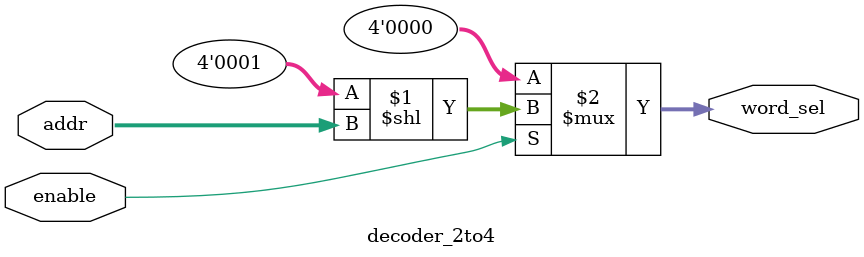
<source format=v>
module decoder_2to4 (
    input  wire [1:0] addr,
    input  wire       enable,
    output wire [3:0] word_sel
);
    assign word_sel = enable ? (4'b0001 << addr) : 4'b0000;
endmodule

</source>
